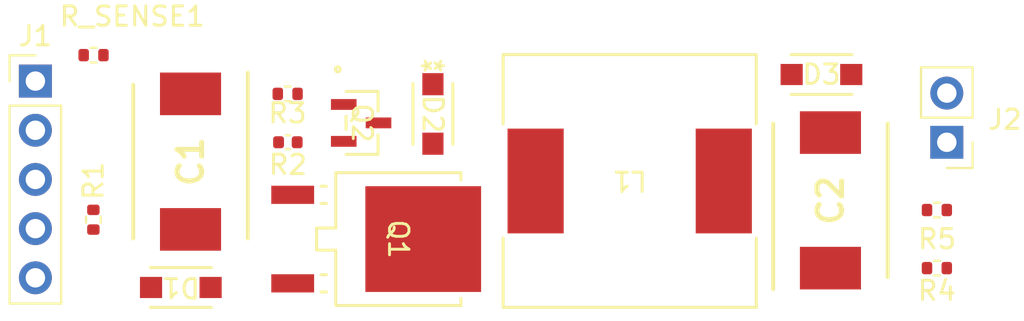
<source format=kicad_pcb>
(kicad_pcb (version 20241229) (generator "pcbnew") (generator_version "9.0")
  (layers (0 "F.Cu" signal) (2 "B.Cu" signal) (13 "F.Paste" user) (15 "B.Paste" user) (5 "F.SilkS" user "F.Silkscreen") (7 "B.SilkS" user "B.Silkscreen") (1 "F.Mask" user) (3 "B.Mask" user) (25 "Edge.Cuts" user))
  (net 0 "")
  (net 1 "/+5V")
  (net 2 "Net-(C1-Pad1)")
  (net 3 "Net-(D2-Pad1)")
  (net 4 "Net-(D2-Pad2)")
  (net 5 "GND")
  (net 6 "Net-(Q1-Pad1)")
  (net 7 "Net-(Q2-Pad1)")
  (net 8 "Net-(Q2-Pad3)")
  (net 9 "/V_SENSE")
  (net 10 "/PWM")
  (net 11 "Net-(J2-Pin_1)")
  (net 12 "/I_SENSE")
  (footprint "MBR120VLSFT1G:SDO_SOD-123FL_ONS" (layer "F.Cu") (at 112.5 96.5 180)
    (property "Reference" "D1" (at 0 0 180) (layer "F.SilkS"))
    (property "Value" "MBR120VLSFT1G" (hide yes))
    (fp_line (start 1.5748 -1.0287) (end -1.5748 -1.0287) (stroke (width 0.1524)) (layer "F.SilkS"))
    (fp_line (start -1.5748 1.0287) (end 1.5748 1.0287) (stroke (width 0.1524)) (layer "F.SilkS"))
    (pad "1" smd rect (at -1.5367 0 180) (size 1.143 1.0922) (layers "F.Cu" "F.Mask" "F.Paste") (net 2 "Net-(C1-Pad1)"))
    (pad "2" smd rect (at 1.5367 0 180) (size 1.143 1.0922) (layers "F.Cu" "F.Mask" "F.Paste") (net 1 "/+5V"))
  )
  (footprint "Connector_PinHeader_2.54mm:PinHeader_1x05_P2.54mm_Vertical" (layer "F.Cu") (at 105 85.84)
    (property "Reference" "J1" (at 0 -2.33 0) (layer "F.SilkS"))
    (property "Value" "Conn_01x05_Pin" (hide yes))
    (fp_line (start -1.33 -1.33) (end 0 -1.33) (stroke (width 0.12)) (layer "F.SilkS"))
    (fp_line (start -1.33 0) (end -1.33 -1.33) (stroke (width 0.12)) (layer "F.SilkS"))
    (fp_line (start -1.33 1.27) (end -1.33 11.49) (stroke (width 0.12)) (layer "F.SilkS"))
    (fp_line (start -1.33 1.27) (end 1.33 1.27) (stroke (width 0.12)) (layer "F.SilkS"))
    (fp_line (start -1.33 11.49) (end 1.33 11.49) (stroke (width 0.12)) (layer "F.SilkS"))
    (fp_line (start 1.33 1.27) (end 1.33 11.49) (stroke (width 0.12)) (layer "F.SilkS"))
    (pad "1" thru_hole rect (at 0 0) (size 1.7 1.7) (drill 1) (layers "*.Cu" "*.Mask") (net 5 "GND"))
    (pad "2" thru_hole oval (at 0 2.54) (size 1.7 1.7) (drill 1) (layers "*.Cu" "*.Mask") (net 12 "/I_SENSE"))
    (pad "3" thru_hole oval (at 0 5.08) (size 1.7 1.7) (drill 1) (layers "*.Cu" "*.Mask") (net 9 "/V_SENSE"))
    (pad "4" thru_hole oval (at 0 7.62) (size 1.7 1.7) (drill 1) (layers "*.Cu" "*.Mask") (net 10 "/PWM"))
    (pad "5" thru_hole oval (at 0 10.16) (size 1.7 1.7) (drill 1) (layers "*.Cu" "*.Mask") (net 1 "/+5V"))
  )
  (footprint "MBR120VLSFT1G:SDO_SOD-123FL_ONS" (layer "F.Cu") (at 145.5367 85.5)
    (property "Reference" "D3" (at 0 0 0) (layer "F.SilkS"))
    (property "Value" "MBR120VLSFT1G" (hide yes))
    (fp_line (start -1.5748 1.0287) (end 1.5748 1.0287) (stroke (width 0.1524)) (layer "F.SilkS"))
    (fp_line (start 1.5748 -1.0287) (end -1.5748 -1.0287) (stroke (width 0.1524)) (layer "F.SilkS"))
    (pad "1" smd rect (at -1.5367 0) (size 1.143 1.0922) (layers "F.Cu" "F.Mask" "F.Paste") (net 3 "Net-(D2-Pad1)"))
    (pad "2" smd rect (at 1.5367 0) (size 1.143 1.0922) (layers "F.Cu" "F.Mask" "F.Paste") (net 5 "GND"))
  )
  (footprint "SRR1260-151:IND_BOURNS_SRR1260" (layer "F.Cu") (at 135.6486 91 180)
    (property "Reference" "L1" (at 0 0 180) (layer "F.SilkS"))
    (property "Value" "SRR1260-151K" (hide yes))
    (fp_line (start 6.5278 6.5278) (end 6.5278 2.946881) (stroke (width 0.1524)) (layer "F.SilkS"))
    (fp_line (start 6.5278 -2.946881) (end 6.5278 -6.5278) (stroke (width 0.1524)) (layer "F.SilkS"))
    (fp_line (start 6.5278 -6.5278) (end -6.5278 -6.5278) (stroke (width 0.1524)) (layer "F.SilkS"))
    (fp_line (start -6.5278 6.5278) (end 6.5278 6.5278) (stroke (width 0.1524)) (layer "F.SilkS"))
    (fp_line (start -6.5278 2.946881) (end -6.5278 6.5278) (stroke (width 0.1524)) (layer "F.SilkS"))
    (fp_line (start -6.5278 -6.5278) (end -6.5278 -2.946881) (stroke (width 0.1524)) (layer "F.SilkS"))
    (pad "1" smd rect (at -4.8514 0 180) (size 2.8956 5.4102) (layers "F.Cu" "F.Mask" "F.Paste") (net 11 "Net-(J2-Pin_1)"))
    (pad "2" smd rect (at 4.8514 0 180) (size 2.8956 5.4102) (layers "F.Cu" "F.Mask" "F.Paste") (net 3 "Net-(D2-Pad1)"))
  )
  (footprint "Connector_PinHeader_2.54mm:PinHeader_1x02_P2.54mm_Vertical" (layer "F.Cu") (at 152 89 180)
    (property "Reference" "J2" (at -3 1.17 0) (layer "F.SilkS"))
    (property "Value" "Conn_01x02" (hide yes))
    (fp_line (start 1.33 1.27) (end 1.33 3.87) (stroke (width 0.12)) (layer "F.SilkS"))
    (fp_line (start -1.33 3.87) (end 1.33 3.87) (stroke (width 0.12)) (layer "F.SilkS"))
    (fp_line (start -1.33 1.27) (end 1.33 1.27) (stroke (width 0.12)) (layer "F.SilkS"))
    (fp_line (start -1.33 1.27) (end -1.33 3.87) (stroke (width 0.12)) (layer "F.SilkS"))
    (fp_line (start -1.33 0) (end -1.33 -1.33) (stroke (width 0.12)) (layer "F.SilkS"))
    (fp_line (start -1.33 -1.33) (end 0 -1.33) (stroke (width 0.12)) (layer "F.SilkS"))
    (pad "1" thru_hole rect (at 0 0 180) (size 1.7 1.7) (drill 1) (layers "*.Cu" "*.Mask") (net 11 "Net-(J2-Pin_1)"))
    (pad "2" thru_hole oval (at 0 2.54 180) (size 1.7 1.7) (drill 1) (layers "*.Cu" "*.Mask") (net 12 "/I_SENSE"))
  )
  (footprint "PMBT2369:SOT23_NXP" (layer "F.Cu") (at 121.84725 88 -90)
    (property "Reference" "Q2" (at 0 0 270) (layer "F.SilkS"))
    (property "Value" "PMBT2369" (hide yes))
    (fp_line (start -0.34036 0.8255) (end 0.34036 0.8255) (stroke (width 0.1524)) (layer "F.SilkS"))
    (fp_line (start 1.6256 0.8255) (end 1.6256 -0.8255) (stroke (width 0.1524)) (layer "F.SilkS"))
    (fp_line (start -1.6256 -0.8255) (end -1.6256 0.8255) (stroke (width 0.1524)) (layer "F.SilkS"))
    (fp_line (start -0.61214 -0.8255) (end -1.6256 -0.8255) (stroke (width 0.1524)) (layer "F.SilkS"))
    (fp_line (start 1.6256 -0.8255) (end 0.61214 -0.8255) (stroke (width 0.1524)) (layer "F.SilkS"))
    (fp_circle (center -2.7686 1.25) (end -2.6416 1.25) (stroke (width 0.1524)) (fill no) (layer "F.SilkS"))
    (pad "1" smd rect (at -0.9525 0.9452 270) (size 0.5588 1.3208) (layers "F.Cu" "F.Mask" "F.Paste") (net 7 "Net-(Q2-Pad1)"))
    (pad "2" smd rect (at 0.9525 0.9452 270) (size 0.5588 1.3208) (layers "F.Cu" "F.Mask" "F.Paste") (net 5 "GND"))
    (pad "3" smd rect (at 0 -0.84725 270) (size 0.5588 1.3208) (layers "F.Cu" "F.Mask" "F.Paste") (net 8 "Net-(Q2-Pad3)"))
  )
  (footprint "Resistor_SMD:R_0402_1005Metric" (layer "F.Cu") (at 107.99 93 90)
    (property "Reference" "R1" (at 2.01 0 90) (layer "F.SilkS"))
    (property "Value" "1k" (hide yes))
    (fp_line (start -0.153641 -0.38) (end 0.153641 -0.38) (stroke (width 0.12)) (layer "F.SilkS"))
    (fp_line (start -0.153641 0.38) (end 0.153641 0.38) (stroke (width 0.12)) (layer "F.SilkS"))
    (pad "1" smd roundrect (at -0.51 0 90) (size 0.54 0.64) (layers "F.Cu" "F.Mask" "F.Paste") (net 10 "/PWM"))
    (pad "2" smd roundrect (at 0.51 0 90) (size 0.54 0.64) (layers "F.Cu" "F.Mask" "F.Paste") (net 7 "Net-(Q2-Pad1)"))
  )
  (footprint "Resistor_SMD:R_0402_1005Metric" (layer "F.Cu") (at 108 84.5)
    (property "Reference" "R_SENSE1" (at 2 -2 0) (layer "F.SilkS"))
    (property "Value" "1" (hide yes))
    (fp_line (start -0.153641 -0.38) (end 0.153641 -0.38) (stroke (width 0.12)) (layer "F.SilkS"))
    (fp_line (start -0.153641 0.38) (end 0.153641 0.38) (stroke (width 0.12)) (layer "F.SilkS"))
    (pad "1" smd roundrect (at -0.51 0) (size 0.54 0.64) (layers "F.Cu" "F.Mask" "F.Paste") (net 5 "GND"))
    (pad "2" smd roundrect (at 0.51 0) (size 0.54 0.64) (layers "F.Cu" "F.Mask" "F.Paste") (net 12 "/I_SENSE"))
  )
  (footprint "GRMJN7:DIOM7959X262N" (layer "F.Cu") (at 146 92 90)
    (property "Reference" "C2" (at 0 0 90) (layer "F.SilkS") (effects (font (size 1.27 1.27) (thickness 0.254))))
    (property "Value" "20u" (hide yes))
    (fp_line (start 3.97 -2.952) (end -4.6 -2.952) (stroke (width 0.2)) (layer "F.SilkS"))
    (fp_line (start -3.97 2.952) (end 3.97 2.952) (stroke (width 0.2)) (layer "F.SilkS"))
    (pad "1" smd rect (at -3.5 0 90) (size 2.2 3.15) (layers "F.Cu" "F.Mask" "F.Paste") (net 11 "Net-(J2-Pin_1)"))
    (pad "2" smd rect (at 3.5 0 90) (size 2.2 3.15) (layers "F.Cu" "F.Mask" "F.Paste") (net 5 "GND"))
  )
  (footprint "Resistor_SMD:R_0402_1005Metric" (layer "F.Cu") (at 151.49 95.5 180)
    (property "Reference" "R4" (at 0 -1.17 0) (layer "F.SilkS"))
    (property "Value" "25k" (hide yes))
    (fp_line (start -0.153641 0.38) (end 0.153641 0.38) (stroke (width 0.12)) (layer "F.SilkS"))
    (fp_line (start -0.153641 -0.38) (end 0.153641 -0.38) (stroke (width 0.12)) (layer "F.SilkS"))
    (pad "1" smd roundrect (at -0.51 0 180) (size 0.54 0.64) (layers "F.Cu" "F.Mask" "F.Paste") (net 9 "/V_SENSE"))
    (pad "2" smd roundrect (at 0.51 0 180) (size 0.54 0.64) (layers "F.Cu" "F.Mask" "F.Paste") (net 11 "Net-(J2-Pin_1)"))
  )
  (footprint "Resistor_SMD:R_0402_1005Metric" (layer "F.Cu") (at 151.49 92.5 180)
    (property "Reference" "R5" (at -0.01 -1.5 0) (layer "F.SilkS"))
    (property "Value" "50k" (hide yes))
    (fp_line (start -0.153641 0.38) (end 0.153641 0.38) (stroke (width 0.12)) (layer "F.SilkS"))
    (fp_line (start -0.153641 -0.38) (end 0.153641 -0.38) (stroke (width 0.12)) (layer "F.SilkS"))
    (pad "1" smd roundrect (at -0.51 0 180) (size 0.54 0.64) (layers "F.Cu" "F.Mask" "F.Paste") (net 5 "GND"))
    (pad "2" smd roundrect (at 0.51 0 180) (size 0.54 0.64) (layers "F.Cu" "F.Mask" "F.Paste") (net 9 "/V_SENSE"))
  )
  (footprint "MBR120VLSFT1G:SDO_SOD-123FL_ONS" (layer "F.Cu") (at 125.5 87.5367 -90)
    (property "Reference" "D2" (at 0 0 -90) (layer "F.SilkS"))
    (property "Value" "MBR120VLSFT1G" (hide yes))
    (fp_line (start -1.5748 1.0287) (end 1.5748 1.0287) (stroke (width 0.1524)) (layer "F.SilkS"))
    (fp_line (start 1.5748 -1.0287) (end -1.5748 -1.0287) (stroke (width 0.1524)) (layer "F.SilkS"))
    (fp_text user "*" (at -2.4892 0 -90) (layer "F.SilkS"))
    (fp_text user "*" (at -2.4892 0 90) (layer "F.SilkS"))
    (pad "1" smd rect (at -1.5367 0 270) (size 1.143 1.0922) (layers "F.Cu" "F.Mask" "F.Paste") (net 3 "Net-(D2-Pad1)"))
    (pad "2" smd rect (at 1.5367 0 270) (size 1.143 1.0922) (layers "F.Cu" "F.Mask" "F.Paste") (net 4 "Net-(D2-Pad2)"))
  )
  (footprint "GRMJN7:DIOM7959X262N" (layer "F.Cu") (at 113 90 -90)
    (property "Reference" "C1" (at 0 0 90) (layer "F.SilkS") (effects (font (size 1.27 1.27) (thickness 0.254))))
    (property "Value" "20u" (hide yes))
    (fp_line (start -3.97 2.952) (end 3.97 2.952) (stroke (width 0.2)) (layer "F.SilkS"))
    (fp_line (start 3.97 -2.952) (end -4.6 -2.952) (stroke (width 0.2)) (layer "F.SilkS"))
    (pad "1" smd rect (at -3.5 0 270) (size 2.2 3.15) (layers "F.Cu" "F.Mask" "F.Paste") (net 2 "Net-(C1-Pad1)"))
    (pad "2" smd rect (at 3.5 0 270) (size 2.2 3.15) (layers "F.Cu" "F.Mask" "F.Paste") (net 5 "GND"))
  )
  (footprint "STD2805T4:DPAKTO-252_TYPEA_STM" (layer "F.Cu") (at 123.7173 94 -90)
    (property "Reference" "Q1" (at 0 0 270) (layer "F.SilkS"))
    (property "Value" "STD2805T4")
    (fp_line (start -0.5715 4.2164) (end 0.5715 4.2164) (stroke (width 0.1524)) (layer "F.SilkS"))
    (fp_line (start 0.5715 4.2164) (end 0.5715 3.2258) (stroke (width 0.1524)) (layer "F.SilkS"))
    (fp_line (start -2.7305 3.7084) (end -2.7305 3.9878) (stroke (width 0.1524)) (layer "F.SilkS"))
    (fp_line (start -1.8415 3.7084) (end -1.8415 3.9878) (stroke (width 0.1524)) (layer "F.SilkS"))
    (fp_line (start 1.8415 3.7084) (end 1.8415 3.9878) (stroke (width 0.1524)) (layer "F.SilkS"))
    (fp_line (start 2.7305 3.7084) (end 2.7305 3.9878) (stroke (width 0.1524)) (layer "F.SilkS"))
    (fp_line (start -3.429 3.2258) (end -0.5715 3.2258) (stroke (width 0.1524)) (layer "F.SilkS"))
    (fp_line (start -0.5715 3.2258) (end -0.5715 4.2164) (stroke (width 0.1524)) (layer "F.SilkS"))
    (fp_line (start 0.5715 3.2258) (end 3.429 3.2258) (stroke (width 0.1524)) (layer "F.SilkS"))
    (fp_line (start 3.429 3.2258) (end 3.429 -3.2258) (stroke (width 0.1524)) (layer "F.SilkS"))
    (fp_line (start -3.429 -3.2258) (end -3.429 3.2258) (stroke (width 0.1524)) (layer "F.SilkS"))
    (fp_line (start -3.06324 -3.2258) (end -3.429 -3.2258) (stroke (width 0.1524)) (layer "F.SilkS"))
    (fp_line (start 3.429 -3.2258) (end 3.06324 -3.2258) (stroke (width 0.1524)) (layer "F.SilkS"))
    (pad "1" smd rect (at -2.286 5.4483 270) (size 0.9398 2.2098) (layers "F.Cu" "F.Mask" "F.Paste") (net 6 "Net-(Q1-Pad1)"))
    (pad "2" smd rect (at 0 -1.2827 270) (size 5.461 5.969) (layers "F.Cu" "F.Mask" "F.Paste") (net 4 "Net-(D2-Pad2)"))
    (pad "3" smd rect (at 2.286 5.4483 270) (size 0.9398 2.2098) (layers "F.Cu" "F.Mask" "F.Paste") (net 2 "Net-(C1-Pad1)"))
  )
  (footprint "Capacitor_SMD:C_0402_1005Metric" (layer "F.Cu") (at 118.02 89 180)
    (property "Reference" "R2" (at 0 -1.16 0) (layer "F.SilkS"))
    (property "Value" "700" (hide yes))
    (fp_line (start -0.107836 0.36) (end 0.107836 0.36) (stroke (width 0.12)) (layer "F.SilkS"))
    (fp_line (start -0.107836 -0.36) (end 0.107836 -0.36) (stroke (width 0.12)) (layer "F.SilkS"))
    (pad "1" smd roundrect (at -0.48 0 180) (size 0.56 0.62) (layers "F.Cu" "F.Mask" "F.Paste") (net 6 "Net-(Q1-Pad1)"))
    (pad "2" smd roundrect (at 0.48 0 180) (size 0.56 0.62) (layers "F.Cu" "F.Mask" "F.Paste") (net 8 "Net-(Q2-Pad3)"))
  )
  (footprint "Resistor_SMD:R_0402_1005Metric" (layer "F.Cu") (at 118.01 86.5)
    (property "Reference" "R3" (at -0.01 1 0) (layer "F.SilkS"))
    (property "Value" "10k" (hide yes))
    (fp_line (start -0.153641 -0.38) (end 0.153641 -0.38) (stroke (width 0.12)) (layer "F.SilkS"))
    (fp_line (start -0.153641 0.38) (end 0.153641 0.38) (stroke (width 0.12)) (layer "F.SilkS"))
    (pad "1" smd roundrect (at -0.51 0) (size 0.54 0.64) (layers "F.Cu" "F.Mask" "F.Paste") (net 2 "Net-(C1-Pad1)"))
    (pad "2" smd roundrect (at 0.51 0) (size 0.54 0.64) (layers "F.Cu" "F.Mask" "F.Paste") (net 6 "Net-(Q1-Pad1)"))
  )
)
</source>
